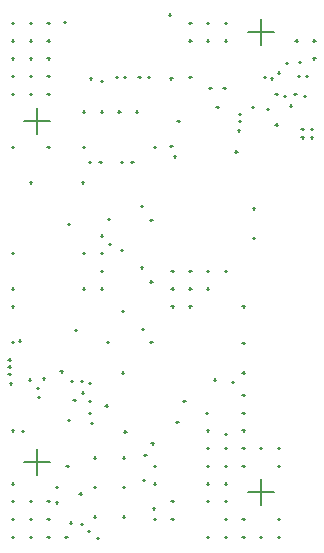
<source format=gbr>
G04*
G04 #@! TF.GenerationSoftware,Altium Limited,Altium Designer,24.9.1 (31)*
G04*
G04 Layer_Color=128*
%FSLAX44Y44*%
%MOMM*%
G71*
G04*
G04 #@! TF.SameCoordinates,E7EBA232-3E41-4796-8E0E-ADA696DDDB0D*
G04*
G04*
G04 #@! TF.FilePolarity,Positive*
G04*
G01*
G75*
%ADD48C,0.1270*%
D48*
X204000Y439000D02*
X226000D01*
X215000Y428000D02*
Y450000D01*
X14000Y364000D02*
X36000D01*
X25000Y353000D02*
Y375000D01*
X14000Y75000D02*
X36000D01*
X25000Y64000D02*
Y86000D01*
X204000Y50000D02*
X226000D01*
X215000Y39000D02*
Y61000D01*
X2344Y141783D02*
X4344D01*
X3344Y140783D02*
Y142783D01*
X18000Y145000D02*
X20000D01*
X19000Y144000D02*
Y146000D01*
X24967Y138017D02*
X26967D01*
X25967Y137017D02*
Y139017D01*
X25696Y130500D02*
X27696D01*
X26696Y129500D02*
Y131500D01*
X41000Y41000D02*
X43000D01*
X42000Y40000D02*
Y42000D01*
X41000Y54000D02*
X43000D01*
X42000Y53000D02*
Y55000D01*
X83000Y123000D02*
X85000D01*
X84000Y122000D02*
Y124000D01*
X208000Y290000D02*
X210000D01*
X209000Y289000D02*
Y291000D01*
X121000Y280000D02*
X123000D01*
X122000Y279000D02*
Y281000D01*
X61000Y48500D02*
X63000D01*
X62000Y47500D02*
Y49500D01*
X193000Y338000D02*
X195000D01*
X194000Y337000D02*
Y339000D01*
X137000Y454000D02*
X139000D01*
X138000Y453000D02*
Y455000D01*
X48000Y448000D02*
X50000D01*
X49000Y447000D02*
Y449000D01*
X63000Y312000D02*
X65000D01*
X64000Y311000D02*
Y313000D01*
X114000Y188000D02*
X116000D01*
X115000Y187000D02*
Y189000D01*
X113000Y240000D02*
X115000D01*
X114000Y239000D02*
Y241000D01*
X113000Y292000D02*
X115000D01*
X114000Y291000D02*
Y293000D01*
X116000Y81000D02*
X118000D01*
X117000Y80000D02*
Y82000D01*
X115000Y60000D02*
X117000D01*
X116000Y59000D02*
Y61000D01*
X123000Y36000D02*
X125000D01*
X124000Y35000D02*
Y37000D01*
X122000Y91000D02*
X124000D01*
X123000Y90000D02*
Y92000D01*
X184000Y99000D02*
X186000D01*
X185000Y98000D02*
Y100000D01*
X1000Y162000D02*
X3000D01*
X2000Y161000D02*
Y163000D01*
X1000Y156000D02*
X3000D01*
X2000Y155000D02*
Y157000D01*
X1000Y150000D02*
X3000D01*
X2000Y149000D02*
Y151000D01*
X251000Y385000D02*
X253000D01*
X252000Y384000D02*
Y386000D01*
X253000Y402000D02*
X255000D01*
X254000Y401000D02*
Y403000D01*
X246000Y402000D02*
X248000D01*
X247000Y401000D02*
Y403000D01*
X86000Y260000D02*
X88000D01*
X87000Y259000D02*
Y261000D01*
X85000Y281000D02*
X87000D01*
X86000Y280000D02*
Y282000D01*
X12241Y101706D02*
X14241D01*
X13241Y100706D02*
Y102706D01*
X84000Y177000D02*
X86000D01*
X85000Y176000D02*
Y178000D01*
X98000Y29000D02*
X100000D01*
X99000Y28000D02*
Y30000D01*
X98000Y54000D02*
X100000D01*
X99000Y53000D02*
Y55000D01*
X98000Y79000D02*
X100000D01*
X99000Y78000D02*
Y80000D01*
Y101000D02*
X101000D01*
X100000Y100000D02*
Y102000D01*
X259000Y432000D02*
X261000D01*
X260000Y431000D02*
Y433000D01*
X259000Y417000D02*
X261000D01*
X260000Y416000D02*
Y418000D01*
X244000Y432000D02*
X246000D01*
X245000Y431000D02*
Y433000D01*
X229000Y87000D02*
X231000D01*
X230000Y86000D02*
Y88000D01*
X229000Y72000D02*
X231000D01*
X230000Y71000D02*
Y73000D01*
X229000Y27000D02*
X231000D01*
X230000Y26000D02*
Y28000D01*
X229000Y12000D02*
X231000D01*
X230000Y11000D02*
Y13000D01*
X214000Y87000D02*
X216000D01*
X215000Y86000D02*
Y88000D01*
X214000Y12000D02*
X216000D01*
X215000Y11000D02*
Y13000D01*
X199000Y207000D02*
X201000D01*
X200000Y206000D02*
Y208000D01*
X199000Y132000D02*
X201000D01*
X200000Y131000D02*
Y133000D01*
X199000Y117000D02*
X201000D01*
X200000Y116000D02*
Y118000D01*
X199000Y102000D02*
X201000D01*
X200000Y101000D02*
Y103000D01*
X199000Y87000D02*
X201000D01*
X200000Y86000D02*
Y88000D01*
X199000Y72000D02*
X201000D01*
X200000Y71000D02*
Y73000D01*
X199000Y27000D02*
X201000D01*
X200000Y26000D02*
Y28000D01*
X199000Y12000D02*
X201000D01*
X200000Y11000D02*
Y13000D01*
X184000Y447000D02*
X186000D01*
X185000Y446000D02*
Y448000D01*
X184000Y432000D02*
X186000D01*
X185000Y431000D02*
Y433000D01*
X184000Y237000D02*
X186000D01*
X185000Y236000D02*
Y238000D01*
X184000Y87000D02*
X186000D01*
X185000Y86000D02*
Y88000D01*
X184000Y72000D02*
X186000D01*
X185000Y71000D02*
Y73000D01*
X184000Y57000D02*
X186000D01*
X185000Y56000D02*
Y58000D01*
X184000Y42000D02*
X186000D01*
X185000Y41000D02*
Y43000D01*
X184000Y27000D02*
X186000D01*
X185000Y26000D02*
Y28000D01*
X184000Y12000D02*
X186000D01*
X185000Y11000D02*
Y13000D01*
X169000Y447000D02*
X171000D01*
X170000Y446000D02*
Y448000D01*
X169000Y432000D02*
X171000D01*
X170000Y431000D02*
Y433000D01*
X169000Y237000D02*
X171000D01*
X170000Y236000D02*
Y238000D01*
X169000Y222000D02*
X171000D01*
X170000Y221000D02*
Y223000D01*
X169000Y102000D02*
X171000D01*
X170000Y101000D02*
Y103000D01*
X169000Y87000D02*
X171000D01*
X170000Y86000D02*
Y88000D01*
X169000Y72000D02*
X171000D01*
X170000Y71000D02*
Y73000D01*
X169000Y57000D02*
X171000D01*
X170000Y56000D02*
Y58000D01*
X169000Y42000D02*
X171000D01*
X170000Y41000D02*
Y43000D01*
X169000Y12000D02*
X171000D01*
X170000Y11000D02*
Y13000D01*
X154000Y447000D02*
X156000D01*
X155000Y446000D02*
Y448000D01*
X154000Y432000D02*
X156000D01*
X155000Y431000D02*
Y433000D01*
X154000Y237000D02*
X156000D01*
X155000Y236000D02*
Y238000D01*
X154000Y222000D02*
X156000D01*
X155000Y221000D02*
Y223000D01*
X154000Y207000D02*
X156000D01*
X155000Y206000D02*
Y208000D01*
X139000Y237000D02*
X141000D01*
X140000Y236000D02*
Y238000D01*
X139000Y222000D02*
X141000D01*
X140000Y221000D02*
Y223000D01*
X139000Y207000D02*
X141000D01*
X140000Y206000D02*
Y208000D01*
X139000Y42000D02*
X141000D01*
X140000Y41000D02*
Y43000D01*
X139000Y27000D02*
X141000D01*
X140000Y26000D02*
Y28000D01*
X124000Y342000D02*
X126000D01*
X125000Y341000D02*
Y343000D01*
X124000Y72000D02*
X126000D01*
X125000Y71000D02*
Y73000D01*
X124000Y57000D02*
X126000D01*
X125000Y56000D02*
Y58000D01*
X124000Y27000D02*
X126000D01*
X125000Y26000D02*
Y28000D01*
X109000Y372000D02*
X111000D01*
X110000Y371000D02*
Y373000D01*
X94000Y372000D02*
X96000D01*
X95000Y371000D02*
Y373000D01*
X79000Y372000D02*
X81000D01*
X80000Y371000D02*
Y373000D01*
X79000Y267000D02*
X81000D01*
X80000Y266000D02*
Y268000D01*
X79000Y252000D02*
X81000D01*
X80000Y251000D02*
Y253000D01*
X79000Y237000D02*
X81000D01*
X80000Y236000D02*
Y238000D01*
X79000Y222000D02*
X81000D01*
X80000Y221000D02*
Y223000D01*
X64000Y372000D02*
X66000D01*
X65000Y371000D02*
Y373000D01*
X64000Y342000D02*
X66000D01*
X65000Y341000D02*
Y343000D01*
X64000Y252000D02*
X66000D01*
X65000Y251000D02*
Y253000D01*
X64000Y222000D02*
X66000D01*
X65000Y221000D02*
Y223000D01*
X49000Y12000D02*
X51000D01*
X50000Y11000D02*
Y13000D01*
X34000Y447000D02*
X36000D01*
X35000Y446000D02*
Y448000D01*
X34000Y432000D02*
X36000D01*
X35000Y431000D02*
Y433000D01*
X34000Y417000D02*
X36000D01*
X35000Y416000D02*
Y418000D01*
X34000Y402000D02*
X36000D01*
X35000Y401000D02*
Y403000D01*
X34000Y387000D02*
X36000D01*
X35000Y386000D02*
Y388000D01*
X34000Y342000D02*
X36000D01*
X35000Y341000D02*
Y343000D01*
X34000Y42000D02*
X36000D01*
X35000Y41000D02*
Y43000D01*
X34000Y27000D02*
X36000D01*
X35000Y26000D02*
Y28000D01*
X34000Y12000D02*
X36000D01*
X35000Y11000D02*
Y13000D01*
X19000Y447000D02*
X21000D01*
X20000Y446000D02*
Y448000D01*
X19000Y432000D02*
X21000D01*
X20000Y431000D02*
Y433000D01*
X19000Y417000D02*
X21000D01*
X20000Y416000D02*
Y418000D01*
X19000Y402000D02*
X21000D01*
X20000Y401000D02*
Y403000D01*
X19000Y387000D02*
X21000D01*
X20000Y386000D02*
Y388000D01*
X19000Y312000D02*
X21000D01*
X20000Y311000D02*
Y313000D01*
X19000Y42000D02*
X21000D01*
X20000Y41000D02*
Y43000D01*
X19000Y27000D02*
X21000D01*
X20000Y26000D02*
Y28000D01*
X19000Y12000D02*
X21000D01*
X20000Y11000D02*
Y13000D01*
X4000Y447000D02*
X6000D01*
X5000Y446000D02*
Y448000D01*
X4000Y432000D02*
X6000D01*
X5000Y431000D02*
Y433000D01*
X4000Y417000D02*
X6000D01*
X5000Y416000D02*
Y418000D01*
X4000Y402000D02*
X6000D01*
X5000Y401000D02*
Y403000D01*
X4000Y387000D02*
X6000D01*
X5000Y386000D02*
Y388000D01*
X4000Y342000D02*
X6000D01*
X5000Y341000D02*
Y343000D01*
X4000Y252000D02*
X6000D01*
X5000Y251000D02*
Y253000D01*
X4000Y222000D02*
X6000D01*
X5000Y221000D02*
Y223000D01*
X4000Y207000D02*
X6000D01*
X5000Y206000D02*
Y208000D01*
X4000Y177000D02*
X6000D01*
X5000Y176000D02*
Y178000D01*
X4000Y102000D02*
X6000D01*
X5000Y101000D02*
Y103000D01*
X4000Y57000D02*
X6000D01*
X5000Y56000D02*
Y58000D01*
X4000Y42000D02*
X6000D01*
X5000Y41000D02*
Y43000D01*
X4000Y27000D02*
X6000D01*
X5000Y26000D02*
Y28000D01*
X4000Y12000D02*
X6000D01*
X5000Y11000D02*
Y13000D01*
X45000Y152000D02*
X47000D01*
X46000Y151000D02*
Y153000D01*
X10000Y178000D02*
X12000D01*
X11000Y177000D02*
Y179000D01*
X73000Y79000D02*
X75000D01*
X74000Y78000D02*
Y80000D01*
X73125Y53875D02*
X75125D01*
X74125Y52875D02*
Y54875D01*
X73000Y29000D02*
X75000D01*
X74000Y28000D02*
Y30000D01*
X138000Y400000D02*
X140000D01*
X139000Y399000D02*
Y401000D01*
X217000Y401000D02*
X219000D01*
X218000Y400000D02*
Y402000D01*
X227000Y360918D02*
X229000D01*
X228000Y359918D02*
Y361918D01*
X234000Y385000D02*
X236000D01*
X235000Y384000D02*
Y386000D01*
X220000Y374000D02*
X222000D01*
X221000Y373000D02*
Y375000D01*
X208000Y265000D02*
X210000D01*
X209000Y264000D02*
Y266000D01*
X57000Y187000D02*
X59000D01*
X58000Y186000D02*
Y188000D01*
X199000Y151000D02*
X201000D01*
X200000Y150000D02*
Y152000D01*
X199000Y176000D02*
X201000D01*
X200000Y175000D02*
Y177000D01*
X190000Y143000D02*
X192000D01*
X191000Y142000D02*
Y144000D01*
X69000Y142000D02*
X71000D01*
X70000Y141000D02*
Y143000D01*
X175000Y145000D02*
X177000D01*
X176000Y144000D02*
Y146000D01*
X51000Y276929D02*
X53000D01*
X52000Y275929D02*
Y277929D01*
X257000Y350000D02*
X259000D01*
X258000Y349000D02*
Y351000D01*
X249000Y350000D02*
X251000D01*
X250000Y349000D02*
Y351000D01*
X257000Y357000D02*
X259000D01*
X258000Y356000D02*
Y358000D01*
X249000Y357000D02*
X251000D01*
X250000Y356000D02*
Y358000D01*
X97000Y151000D02*
X99000D01*
X98000Y150000D02*
Y152000D01*
X97000Y203000D02*
X99000D01*
X98000Y202000D02*
Y204000D01*
X96000Y255000D02*
X98000D01*
X97000Y254000D02*
Y256000D01*
X121000Y228000D02*
X123000D01*
X122000Y227000D02*
Y229000D01*
X121000Y177000D02*
X123000D01*
X122000Y176000D02*
Y178000D01*
X195000Y356000D02*
X197000D01*
X196000Y355000D02*
Y357000D01*
X196000Y364000D02*
X198000D01*
X197000Y363000D02*
Y365000D01*
X144000Y364000D02*
X146000D01*
X145000Y363000D02*
Y365000D01*
X196000Y370000D02*
X198000D01*
X197000Y369000D02*
Y371000D01*
X207000Y376000D02*
X209000D01*
X208000Y375000D02*
Y377000D01*
X177000Y376000D02*
X179000D01*
X178000Y375000D02*
Y377000D01*
X183000Y392000D02*
X185000D01*
X184000Y391000D02*
Y393000D01*
X239000Y377000D02*
X241000D01*
X240000Y376000D02*
Y378000D01*
X243000Y387000D02*
X245000D01*
X244000Y386000D02*
Y388000D01*
X171000Y392000D02*
X173000D01*
X172000Y391000D02*
Y393000D01*
X138000Y343000D02*
X140000D01*
X139000Y342000D02*
Y344000D01*
X141000Y334000D02*
X143000D01*
X142000Y333000D02*
Y335000D01*
X154000Y401000D02*
X156000D01*
X155000Y400000D02*
Y402000D01*
X98656Y401344D02*
X100656D01*
X99656Y400344D02*
Y402344D01*
X91875Y401125D02*
X93875D01*
X92875Y400125D02*
Y402125D01*
X79000Y398000D02*
X81000D01*
X80000Y397000D02*
Y399000D01*
X70000Y400000D02*
X72000D01*
X71000Y399000D02*
Y401000D01*
X118875Y401125D02*
X120875D01*
X119875Y400125D02*
Y402125D01*
X111000Y401000D02*
X113000D01*
X112000Y400000D02*
Y402000D01*
X223000Y400000D02*
X225000D01*
X224000Y399000D02*
Y401000D01*
X227000Y387000D02*
X229000D01*
X228000Y386000D02*
Y388000D01*
X229000Y405000D02*
X231000D01*
X230000Y404000D02*
Y406000D01*
X236000Y413000D02*
X238000D01*
X237000Y412000D02*
Y414000D01*
X247000D02*
X249000D01*
X248000Y413000D02*
Y415000D01*
X53000Y24000D02*
X55000D01*
X54000Y23000D02*
Y25000D01*
X76000Y11000D02*
X78000D01*
X77000Y10000D02*
Y12000D01*
X68000Y17000D02*
X70000D01*
X69000Y16000D02*
Y18000D01*
X51000Y111000D02*
X53000D01*
X52000Y110000D02*
Y112000D01*
X143000Y109000D02*
X145000D01*
X144000Y108000D02*
Y110000D01*
X70500Y108500D02*
X72500D01*
X71500Y107500D02*
Y109500D01*
X168000Y117000D02*
X170000D01*
X169000Y116000D02*
Y118000D01*
X69000Y117000D02*
X71000D01*
X70000Y116000D02*
Y118000D01*
X149000Y127000D02*
X151000D01*
X150000Y126000D02*
Y128000D01*
X69005Y126995D02*
X71005D01*
X70005Y125995D02*
Y127995D01*
X56000Y128000D02*
X58000D01*
X57000Y127000D02*
Y129000D01*
X63000Y134000D02*
X65000D01*
X64000Y133000D02*
Y135000D01*
X50000Y72000D02*
X52000D01*
X51000Y71000D02*
Y73000D01*
X62000Y23000D02*
X64000D01*
X63000Y22000D02*
Y24000D01*
X30000Y146000D02*
X32000D01*
X31000Y145000D02*
Y147000D01*
X105000Y329000D02*
X107000D01*
X106000Y328000D02*
Y330000D01*
X62000Y144000D02*
X64000D01*
X63000Y143000D02*
Y145000D01*
X54000Y144000D02*
X56000D01*
X55000Y143000D02*
Y145000D01*
X96000Y329000D02*
X98000D01*
X97000Y328000D02*
Y330000D01*
X78000Y329125D02*
X80000D01*
X79000Y328125D02*
Y330125D01*
X69000Y329487D02*
X71000D01*
X70000Y328487D02*
Y330487D01*
M02*

</source>
